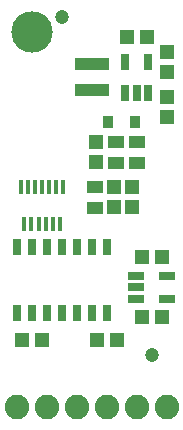
<source format=gts>
G75*
%MOIN*%
%OFA0B0*%
%FSLAX25Y25*%
%IPPOS*%
%LPD*%
%AMOC8*
5,1,8,0,0,1.08239X$1,22.5*
%
%ADD10R,0.02965X0.05524*%
%ADD11R,0.05131X0.04737*%
%ADD12R,0.05524X0.03950*%
%ADD13R,0.04737X0.05131*%
%ADD14R,0.03280X0.04068*%
%ADD15R,0.11430X0.03950*%
%ADD16R,0.05524X0.02965*%
%ADD17R,0.03162X0.05524*%
%ADD18C,0.08200*%
%ADD19C,0.13800*%
%ADD20C,0.04737*%
%ADD21R,0.01706X0.04737*%
D10*
X0214593Y0159881D03*
X0218333Y0159881D03*
X0222073Y0159881D03*
X0222073Y0170119D03*
X0214593Y0170119D03*
D11*
X0214987Y0178500D03*
X0221680Y0178500D03*
X0219987Y0105000D03*
X0226680Y0105000D03*
X0226680Y0085000D03*
X0219987Y0085000D03*
X0211680Y0077500D03*
X0204987Y0077500D03*
X0186680Y0077500D03*
X0179987Y0077500D03*
D12*
X0204333Y0121457D03*
X0204333Y0128543D03*
X0211333Y0136457D03*
X0218333Y0136457D03*
X0218333Y0143543D03*
X0211333Y0143543D03*
D13*
X0204833Y0143346D03*
X0204833Y0136654D03*
X0210833Y0128346D03*
X0216833Y0128346D03*
X0216833Y0121654D03*
X0210833Y0121654D03*
X0228333Y0151654D03*
X0228333Y0158346D03*
X0228333Y0166654D03*
X0228333Y0173346D03*
D14*
X0217861Y0150000D03*
X0208806Y0150000D03*
D15*
X0203333Y0160669D03*
X0203333Y0169331D03*
D16*
X0218215Y0098740D03*
X0218215Y0095000D03*
X0218215Y0091260D03*
X0228452Y0091260D03*
X0228452Y0098740D03*
D17*
X0208333Y0108524D03*
X0203333Y0108524D03*
X0198333Y0108524D03*
X0193333Y0108524D03*
X0188333Y0108524D03*
X0183333Y0108524D03*
X0178333Y0108524D03*
X0178333Y0086476D03*
X0183333Y0086476D03*
X0188333Y0086476D03*
X0193333Y0086476D03*
X0198333Y0086476D03*
X0203333Y0086476D03*
X0208333Y0086476D03*
D18*
X0178333Y0055000D03*
X0188333Y0055000D03*
X0198333Y0055000D03*
X0208333Y0055000D03*
X0218333Y0055000D03*
X0228333Y0055000D03*
D19*
X0183333Y0180000D03*
D20*
X0193333Y0185000D03*
X0223333Y0072500D03*
D21*
X0192703Y0116122D03*
X0190341Y0116122D03*
X0187979Y0116122D03*
X0185617Y0116122D03*
X0183255Y0116122D03*
X0180892Y0116122D03*
X0179711Y0128563D03*
X0182073Y0128563D03*
X0184436Y0128563D03*
X0186798Y0128563D03*
X0189160Y0128563D03*
X0191522Y0128563D03*
X0193885Y0128563D03*
M02*

</source>
